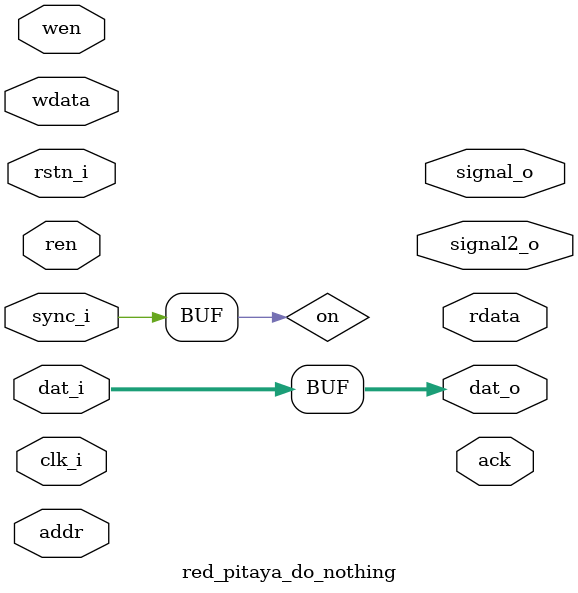
<source format=v>
module red_pitaya_do_nothing #(

	  //fgen for sin/cos creation parameters
	  parameter LUTSZ     =  11,   //log2 of number of LUT entries
	  parameter LUTBITS   =  17,   //LUT word size
	  parameter PHASEBITS =  32,   //phase accumulator bits

	  //demodulation/modulation parameters
      parameter SIGNALBITS = 14, //input signal bitwidth
      parameter GAINBITS  = 18 , //gain bitwidth
   	  parameter SHIFTBITS  = 8  //binary point of gains
)
(
   // data
   input                 clk_i           ,  // clock
   input                 rstn_i          ,  // reset - active low
   input                 sync_i          ,  // synchronization input, active high
   input      [ 14-1: 0] dat_i           ,  // input data
   output     [ 14-1: 0] dat_o           ,  // output data
   output     [ 14-1: 0] signal_o        ,  // output data
   output     [ 14-1: 0] signal2_o       ,  // output data 2 (orthogonal quadrature)

   // communication with PS
   input      [ 16-1: 0] addr,
   input                 wen,
   input                 ren,
   output reg   		 ack,
   output reg [ 32-1: 0] rdata,
   input      [ 32-1: 0] wdata
);



//reg         on;  //fgen is on; allows to re-synchronize the outputs
wire on;
assign on = sync_i;

  // output_signal multiplexer

assign dat_o = dat_i;
endmodule

</source>
